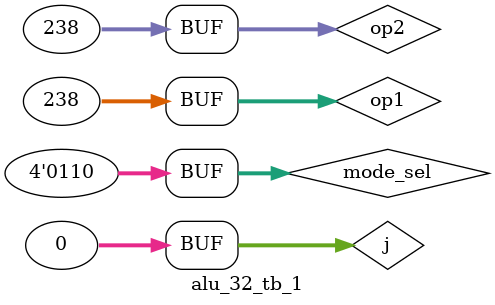
<source format=sv>
`timescale 1ns / 1ps


module alu_32_tb_1;

parameter DWIDTH = 32;
logic[ DWIDTH -1:0] op1 ;
logic[ DWIDTH -1:0] op2 ;
logic [ DWIDTH -1:0] result ;
logic c_flag ;
logic z_flag ;
logic o_flag ;
logic s_flag ;
int i,j = 0;
typedef enum bit[3:0] {
              add=4'h0,
              subwb=4'h1,
              mov=4'h2,
              sub=4'h3,
              inc=4'h4,
              dec=4'h5,
              addinc=4'h6,
              land=4'h8,
              lor=4'h9,
              lxor=4'hA,
              lnot=4'hB,
              move=4'hC,
              lshl=4'hD
              } optype;
              
optype mode_sel;
alu_32bit L1 ( .op1(op1), 
                .op2(op2) , 
                .opsel(mode_sel[2:0]),
                .mode(mode_sel[3]),  
                .result(result) , 
                .c_flag (c_flag), 
                .z_flag(z_flag) , 
                .o_flag(o_flag) , 
                .s_flag(s_flag)
                );


initial begin   
/*op1 = 'd0;
op2 = 'd0;
for (i=0;i<32;i++)begin
    op2 = i;
        for(j=0;j<3;j++) begin
        op1 = i;
        #10;
        mode_sel = move;
        #15;
        mode_sel = add;
        #15; 
        mode_sel = subwb; 
        #15; 
        mode_sel = sub;
        #15; 
        mode_sel = inc;
        #15; 
        mode_sel = dec;
        #15; 
        mode_sel = addinc;
        #15; 
        mode_sel = land;
        #15; 
        mode_sel = lshl;
        #15;                                          
        mode_sel = lxor;
        #15; 
        mode_sel = lnot;
        #15; 
        mode_sel = lor;
        #15;
        end
end 
end*/

/*initial begin  
repeat(10) begin                                     
mode_sel = add;
#15; 
mode_sel = subwb; 
#15; 
mode_sel = sub;
#15; 
mode_sel = inc;
#15; 
mode_sel = dec;
#15; 
mode_sel = addinc;
#15; 
mode_sel = land;
#15; 
mode_sel = lshl;
#15;                                          
mode_sel = lxor;
#15; 
mode_sel = lnot;
#15; 
mode_sel = lor;
#15;
end                                             
end*/

op1 = 8'hEEEEEEEE;
op2 = 8'hEEEEEEEE;
mode_sel = addinc;
#15;
end

endmodule
</source>
